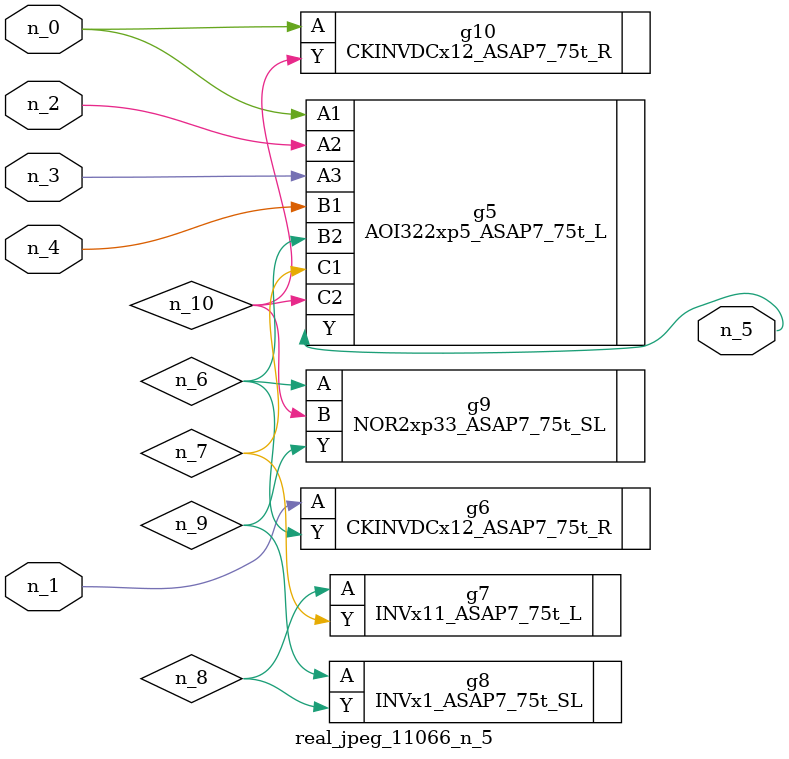
<source format=v>
module real_jpeg_11066_n_5 (n_4, n_0, n_1, n_2, n_3, n_5);

input n_4;
input n_0;
input n_1;
input n_2;
input n_3;

output n_5;

wire n_8;
wire n_6;
wire n_7;
wire n_10;
wire n_9;

AOI322xp5_ASAP7_75t_L g5 ( 
.A1(n_0),
.A2(n_2),
.A3(n_3),
.B1(n_4),
.B2(n_6),
.C1(n_7),
.C2(n_10),
.Y(n_5)
);

CKINVDCx12_ASAP7_75t_R g10 ( 
.A(n_0),
.Y(n_10)
);

CKINVDCx12_ASAP7_75t_R g6 ( 
.A(n_1),
.Y(n_6)
);

NOR2xp33_ASAP7_75t_SL g9 ( 
.A(n_6),
.B(n_10),
.Y(n_9)
);

INVx11_ASAP7_75t_L g7 ( 
.A(n_8),
.Y(n_7)
);

INVx1_ASAP7_75t_SL g8 ( 
.A(n_9),
.Y(n_8)
);


endmodule
</source>
